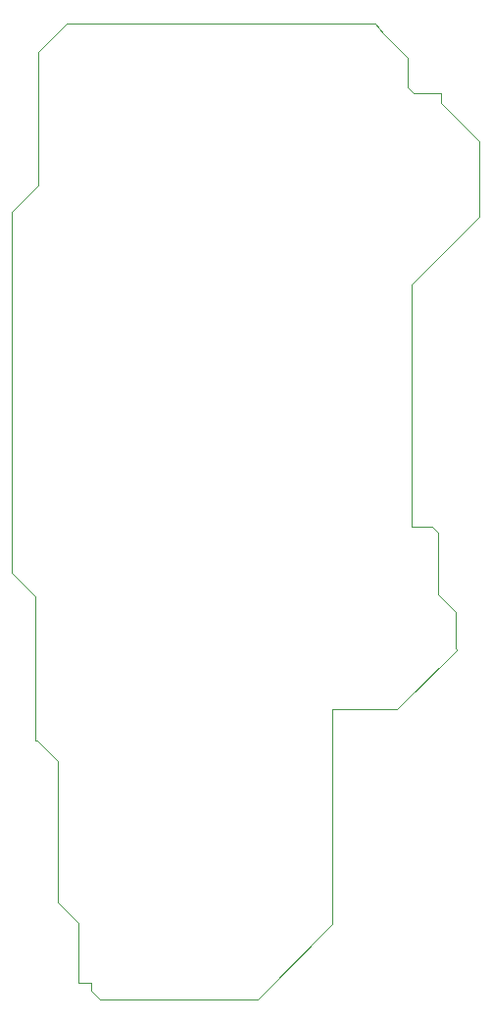
<source format=gbr>
G04*
G04 #@! TF.GenerationSoftware,Altium Limited,Altium Designer,24.5.2 (23)*
G04*
G04 Layer_Color=0*
%FSLAX44Y44*%
%MOMM*%
G71*
G04*
G04 #@! TF.SameCoordinates,7D5F9B9D-7955-483F-804A-6CD0886EC014*
G04*
G04*
G04 #@! TF.FilePolarity,Positive*
G04*
G01*
G75*
%ADD19C,0.0254*%
D19*
X275590Y1084580D02*
X298450Y1107440D01*
Y1223010D01*
X322580Y1247140D01*
X589280D01*
X596265Y1238885D01*
X617220Y1217930D01*
Y1192530D01*
X622300Y1187450D01*
X646430D01*
Y1178560D01*
X679450Y1145540D01*
Y1080770D01*
X621030Y1022350D01*
Y812800D01*
X638810D01*
X643890Y807720D01*
Y754380D01*
X659130Y739140D01*
Y708660D01*
X659765Y706755D01*
X608330Y655320D01*
X552450D01*
Y469900D01*
X487680Y405130D01*
X351790D01*
X344170Y412750D01*
Y419100D01*
X332740D01*
Y471170D01*
X314960Y488950D01*
Y610870D01*
X297180Y628650D01*
X295910D01*
Y753110D01*
X275590Y773430D01*
Y1084580D01*
M02*

</source>
